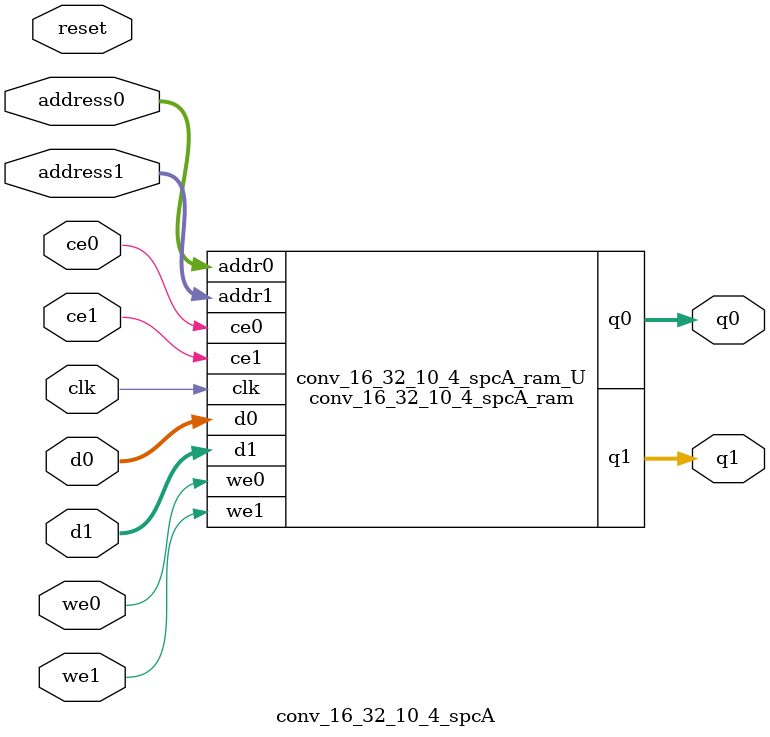
<source format=v>
`timescale 1 ns / 1 ps
module conv_16_32_10_4_spcA_ram (addr0, ce0, d0, we0, q0, addr1, ce1, d1, we1, q1,  clk);

parameter DWIDTH = 16;
parameter AWIDTH = 4;
parameter MEM_SIZE = 10;

input[AWIDTH-1:0] addr0;
input ce0;
input[DWIDTH-1:0] d0;
input we0;
output reg[DWIDTH-1:0] q0;
input[AWIDTH-1:0] addr1;
input ce1;
input[DWIDTH-1:0] d1;
input we1;
output reg[DWIDTH-1:0] q1;
input clk;

(* ram_style = "block" *)reg [DWIDTH-1:0] ram[0:MEM_SIZE-1];




always @(posedge clk)  
begin 
    if (ce0) begin
        if (we0) 
            ram[addr0] <= d0; 
        q0 <= ram[addr0];
    end
end


always @(posedge clk)  
begin 
    if (ce1) begin
        if (we1) 
            ram[addr1] <= d1; 
        q1 <= ram[addr1];
    end
end


endmodule

`timescale 1 ns / 1 ps
module conv_16_32_10_4_spcA(
    reset,
    clk,
    address0,
    ce0,
    we0,
    d0,
    q0,
    address1,
    ce1,
    we1,
    d1,
    q1);

parameter DataWidth = 32'd16;
parameter AddressRange = 32'd10;
parameter AddressWidth = 32'd4;
input reset;
input clk;
input[AddressWidth - 1:0] address0;
input ce0;
input we0;
input[DataWidth - 1:0] d0;
output[DataWidth - 1:0] q0;
input[AddressWidth - 1:0] address1;
input ce1;
input we1;
input[DataWidth - 1:0] d1;
output[DataWidth - 1:0] q1;



conv_16_32_10_4_spcA_ram conv_16_32_10_4_spcA_ram_U(
    .clk( clk ),
    .addr0( address0 ),
    .ce0( ce0 ),
    .we0( we0 ),
    .d0( d0 ),
    .q0( q0 ),
    .addr1( address1 ),
    .ce1( ce1 ),
    .we1( we1 ),
    .d1( d1 ),
    .q1( q1 ));

endmodule


</source>
